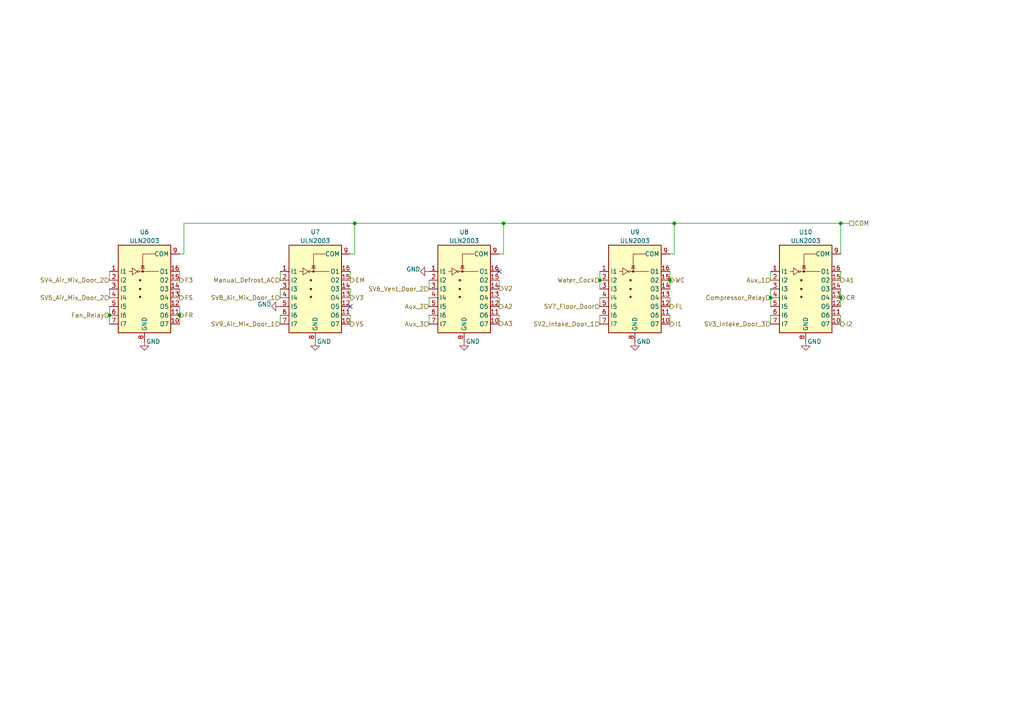
<source format=kicad_sch>
(kicad_sch (version 20211123) (generator eeschema)
  (paper "A4")
  (lib_symbols
    (symbol "Transistor_Array:ULN2003"
      (property "Reference" "U" (at 0 15.875 0))
      (property "Value" "ULN2003" (at 0 13.97 0))
      (symbol "ULN2003_0_1"
        (rectangle (start -7.62 -12.7) (end 7.62 12.7) (stroke (width 0.254)) (fill (type background)))
        (circle (center -1.778 5.08) (radius 0.254))
        (circle (center -1.27 -2.286) (radius 0.254) (fill (type outline)))
        (circle (center -1.27 0) (radius 0.254) (fill (type outline)))
        (circle (center -1.27 2.54) (radius 0.254) (fill (type outline)))
        (circle (center -0.508 5.08) (radius 0.254) (fill (type outline)))
        (polyline (pts (xy -4.572 5.08) (xy -3.556 5.08)))
        (polyline (pts (xy -1.524 5.08) (xy 4.064 5.08)))
        (polyline (pts (xy 0 6.731) (xy -1.016 6.731)))
        (polyline (pts (xy -0.508 5.08) (xy -0.508 10.16) (xy 2.921 10.16)))
        (polyline (pts (xy -3.556 6.096) (xy -3.556 4.064) (xy -2.032 5.08) (xy -3.556 6.096)))
        (polyline (pts (xy 0 5.969) (xy -1.016 5.969) (xy -0.508 6.731) (xy 0 5.969)))
      )
      (symbol "ULN2003_1_1"
        (pin input line (at -10.16 5.08 0) (length 2.54) (name "I1") (number "1"))
        (pin open_collector line (at 10.16 -10.16 180) (length 2.54) (name "O7") (number "10"))
        (pin open_collector line (at 10.16 -7.62 180) (length 2.54) (name "O6") (number "11"))
        (pin open_collector line (at 10.16 -5.08 180) (length 2.54) (name "O5") (number "12"))
        (pin open_collector line (at 10.16 -2.54 180) (length 2.54) (name "O4") (number "13"))
        (pin open_collector line (at 10.16 0 180) (length 2.54) (name "O3") (number "14"))
        (pin open_collector line (at 10.16 2.54 180) (length 2.54) (name "O2") (number "15"))
        (pin open_collector line (at 10.16 5.08 180) (length 2.54) (name "O1") (number "16"))
        (pin input line (at -10.16 2.54 0) (length 2.54) (name "I2") (number "2"))
        (pin input line (at -10.16 0 0) (length 2.54) (name "I3") (number "3"))
        (pin input line (at -10.16 -2.54 0) (length 2.54) (name "I4") (number "4"))
        (pin input line (at -10.16 -5.08 0) (length 2.54) (name "I5") (number "5"))
        (pin input line (at -10.16 -7.62 0) (length 2.54) (name "I6") (number "6"))
        (pin input line (at -10.16 -10.16 0) (length 2.54) (name "I7") (number "7"))
        (pin power_in line (at 0 -15.24 90) (length 2.54) (name "GND") (number "8"))
        (pin passive line (at 10.16 10.16 180) (length 2.54) (name "COM") (number "9"))
      )
    )
    (symbol "power:GND" (power) (pin_names (offset 0))
      (property "Value" "GND" (at 0 -3.81 0))
      (symbol "GND_0_1"
        (polyline (pts (xy 0 0) (xy 0 -1.27) (xy 1.27 -1.27) (xy 0 -2.54) (xy -1.27 -1.27) (xy 0 -1.27)))
      )
      (symbol "GND_1_1"
        (pin power_in line (at 0 0 270) (length 0) hide (name "GND") (number "1"))
      )
    )
  )
  (junction (at 243.84 86.36))
  (junction (at 195.58 64.77))
  (junction (at 102.87 64.77))
  (junction (at 194.31 81.28))
  (junction (at 173.99 81.28))
  (junction (at 31.75 91.44) (diameter 0.9144))
  (junction (at 146.05 64.77))
  (junction (at 223.52 86.36))
  (junction (at 52.07 91.44) (diameter 0.9144))
  (junction (at 243.84 64.77))
  (no_connect (at 101.6 88.9))
  (no_connect (at 144.78 78.74))
  (wire (pts (xy 195.58 64.77) (xy 243.84 64.77)))
  (wire (pts (xy 223.52 78.74) (xy 223.52 81.28)))
  (wire (pts (xy 146.05 73.66) (xy 146.05 64.77)))
  (wire (pts (xy 146.05 64.77) (xy 195.58 64.77)))
  (wire (pts (xy 101.6 78.74) (xy 101.6 81.28)))
  (wire (pts (xy 124.46 81.28) (xy 124.46 83.82)))
  (wire (pts (xy 144.78 81.28) (xy 144.78 83.82)))
  (wire (pts (xy 81.28 78.74) (xy 81.28 81.28)))
  (wire (pts (xy 173.99 81.28) (xy 173.99 83.82)))
  (wire (pts (xy 52.07 91.44) (xy 52.07 93.98)))
  (wire (pts (xy 194.31 86.36) (xy 194.31 88.9)))
  (wire (pts (xy 144.78 73.66) (xy 146.05 73.66)))
  (wire (pts (xy 194.31 91.44) (xy 194.31 93.98)))
  (wire (pts (xy 243.84 83.82) (xy 243.84 86.36)))
  (wire (pts (xy 223.52 83.82) (xy 223.52 86.36)))
  (wire (pts (xy 53.34 64.77) (xy 102.87 64.77)))
  (wire (pts (xy 52.07 83.82) (xy 52.07 86.36)))
  (wire (pts (xy 101.6 91.44) (xy 101.6 93.98)))
  (wire (pts (xy 102.87 64.77) (xy 146.05 64.77)))
  (wire (pts (xy 173.99 78.74) (xy 173.99 81.28)))
  (wire (pts (xy 243.84 64.77) (xy 246.38 64.77)))
  (wire (pts (xy 81.28 91.44) (xy 81.28 93.98)))
  (wire (pts (xy 81.28 83.82) (xy 81.28 86.36)))
  (wire (pts (xy 223.52 86.36) (xy 223.52 88.9)))
  (wire (pts (xy 195.58 73.66) (xy 195.58 64.77)))
  (wire (pts (xy 31.75 88.9) (xy 31.75 91.44)))
  (wire (pts (xy 243.84 91.44) (xy 243.84 93.98)))
  (wire (pts (xy 243.84 73.66) (xy 243.84 64.77)))
  (wire (pts (xy 102.87 73.66) (xy 102.87 64.77)))
  (wire (pts (xy 173.99 86.36) (xy 173.99 88.9)))
  (wire (pts (xy 52.07 88.9) (xy 52.07 91.44)))
  (wire (pts (xy 194.31 81.28) (xy 194.31 83.82)))
  (wire (pts (xy 31.75 91.44) (xy 31.75 93.98)))
  (wire (pts (xy 194.31 73.66) (xy 195.58 73.66)))
  (wire (pts (xy 31.75 83.82) (xy 31.75 86.36)))
  (wire (pts (xy 243.84 86.36) (xy 243.84 88.9)))
  (wire (pts (xy 31.75 78.74) (xy 31.75 81.28)))
  (wire (pts (xy 124.46 86.36) (xy 124.46 88.9)))
  (wire (pts (xy 144.78 86.36) (xy 144.78 88.9)))
  (wire (pts (xy 144.78 91.44) (xy 144.78 93.98)))
  (wire (pts (xy 52.07 78.74) (xy 52.07 81.28)))
  (wire (pts (xy 101.6 73.66) (xy 102.87 73.66)))
  (wire (pts (xy 194.31 78.74) (xy 194.31 81.28)))
  (wire (pts (xy 223.52 91.44) (xy 223.52 93.98)))
  (wire (pts (xy 53.34 73.66) (xy 53.34 64.77)))
  (wire (pts (xy 173.99 91.44) (xy 173.99 93.98)))
  (wire (pts (xy 52.07 73.66) (xy 53.34 73.66)))
  (wire (pts (xy 101.6 83.82) (xy 101.6 86.36)))
  (wire (pts (xy 243.84 78.74) (xy 243.84 81.28)))
  (wire (pts (xy 124.46 91.44) (xy 124.46 93.98)))
  (hierarchical_label "V2" (shape output) (at 144.78 83.693 0))
  (hierarchical_label "V3" (shape output) (at 101.6 86.36 0))
  (hierarchical_label "I1" (shape output) (at 194.31 93.98 0))
  (hierarchical_label "SV5_Air_Mix_Door_2" (shape input) (at 31.75 86.36 180))
  (hierarchical_label "FL" (shape output) (at 194.31 88.9 0))
  (hierarchical_label "VS" (shape output) (at 101.6 93.98 0))
  (hierarchical_label "SV7_Floor_Door" (shape input) (at 173.99 88.9 180))
  (hierarchical_label "Water_Cock" (shape input) (at 173.99 81.28 180))
  (hierarchical_label "SV4_Air_Mix_Door_2" (shape input) (at 31.75 81.28 180))
  (hierarchical_label "A1" (shape output) (at 243.84 81.28 0))
  (hierarchical_label "A2" (shape output) (at 144.78 88.9 0))
  (hierarchical_label "CR" (shape output) (at 243.84 86.36 0))
  (hierarchical_label "Aux_2" (shape input) (at 124.46 88.9 180))
  (hierarchical_label "Fan_Relay" (shape input) (at 31.75 91.44 180))
  (hierarchical_label "I2" (shape output) (at 243.84 93.98 0))
  (hierarchical_label "A3" (shape output) (at 144.78 93.853 0))
  (hierarchical_label "SV9_Air_Mix_Door_1" (shape input) (at 81.28 93.98 180))
  (hierarchical_label "SV2_Intake_Door_1" (shape input) (at 173.99 93.98 180))
  (hierarchical_label "WC" (shape output) (at 194.31 81.28 0))
  (hierarchical_label "Compressor_Relay" (shape input) (at 223.52 86.36 180))
  (hierarchical_label "SV3_Intake_Door_3" (shape input) (at 223.52 93.98 180))
  (hierarchical_label "EM" (shape output) (at 101.6 81.28 0))
  (hierarchical_label "FR" (shape output) (at 52.07 91.44 0))
  (hierarchical_label "FS" (shape output) (at 52.07 86.36 0))
  (hierarchical_label "F3" (shape output) (at 52.07 81.28 0))
  (hierarchical_label "SV6_Vent_Door_2" (shape input) (at 124.46 83.82 180))
  (hierarchical_label "Aux_3" (shape input) (at 124.46 93.98 180))
  (hierarchical_label "Aux_1" (shape input) (at 223.52 81.28 180))
  (hierarchical_label "SV8_Air_Mix_Door_1" (shape input) (at 81.28 86.36 180))
  (hierarchical_label "COM" (shape passive) (at 246.38 64.77 0))
  (hierarchical_label "Manual_Defrost_AC" (shape input) (at 81.28 81.28 180))
  (symbol (lib_id "power:GND") (at 81.28 88.9 270) (unit 1)
    (property "Reference" "#PWR068" (effects hide))
    (property "Value" "GND" (at 78.74 88.2649 90) (effects (justify right)))
  )
  (symbol (lib_id "power:GND") (at 124.46 78.74 270) (unit 1)
    (property "Reference" "#PWR070" (effects hide))
    (property "Value" "GND" (at 121.92 78.1049 90) (effects (justify right)))
  )
  (symbol (lib_id "Transistor_Array:ULN2003") (at 184.15 83.82 0) (unit 1)
    (property "Reference" "U9" (at 184.15 67.31 0))
    (property "Value" "ULN2003" (at 184.15 69.85 0))
    (property "Footprint" "Package_SO:SO-16_3.9x9.9mm_P1.27mm" (effects hide))
    (property "Datasheet" "http://www.ti.com/lit/ds/symlink/uln2003a.pdf" (effects hide))
  )
  (symbol (lib_id "power:GND") (at 134.62 99.06 0) (unit 1)
    (property "Reference" "#PWR071" (effects hide))
    (property "Value" "GND" (at 137.16 99.06 0))
  )
  (symbol (lib_id "power:GND") (at 233.68 99.06 0) (unit 1)
    (property "Reference" "#PWR073" (effects hide))
    (property "Value" "GND" (at 236.22 99.06 0))
  )
  (symbol (lib_id "Transistor_Array:ULN2003") (at 233.68 83.82 0) (unit 1)
    (property "Reference" "U10" (at 233.68 67.31 0))
    (property "Value" "ULN2003" (at 233.68 69.85 0))
    (property "Footprint" "Package_SO:SO-16_3.9x9.9mm_P1.27mm" (effects hide))
    (property "Datasheet" "http://www.ti.com/lit/ds/symlink/uln2003a.pdf" (effects hide))
  )
  (symbol (lib_id "Transistor_Array:ULN2003") (at 41.91 83.82 0) (unit 1)
    (property "Reference" "U6" (at 41.91 67.31 0))
    (property "Value" "ULN2003" (at 41.91 69.85 0))
    (property "Footprint" "Package_SO:SO-16_3.9x9.9mm_P1.27mm" (effects hide))
    (property "Datasheet" "http://www.ti.com/lit/ds/symlink/uln2003a.pdf" (effects hide))
  )
  (symbol (lib_id "power:GND") (at 41.91 99.06 0) (unit 1)
    (property "Reference" "#PWR067" (effects hide))
    (property "Value" "GND" (at 44.45 99.06 0))
  )
  (symbol (lib_id "power:GND") (at 184.15 99.06 0) (unit 1)
    (property "Reference" "#PWR072" (effects hide))
    (property "Value" "GND" (at 186.69 99.06 0))
  )
  (symbol (lib_id "Transistor_Array:ULN2003") (at 134.62 83.82 0) (unit 1)
    (property "Reference" "U8" (at 134.62 67.31 0))
    (property "Value" "ULN2003" (at 134.62 69.85 0))
    (property "Footprint" "Package_SO:SO-16_3.9x9.9mm_P1.27mm" (effects hide))
    (property "Datasheet" "http://www.ti.com/lit/ds/symlink/uln2003a.pdf" (effects hide))
  )
  (symbol (lib_id "Transistor_Array:ULN2003") (at 91.44 83.82 0) (unit 1)
    (property "Reference" "U7" (at 91.44 67.31 0))
    (property "Value" "ULN2003" (at 91.44 69.85 0))
    (property "Footprint" "Package_SO:SO-16_3.9x9.9mm_P1.27mm" (effects hide))
    (property "Datasheet" "http://www.ti.com/lit/ds/symlink/uln2003a.pdf" (effects hide))
  )
  (symbol (lib_id "power:GND") (at 91.44 99.06 0) (unit 1)
    (property "Reference" "#PWR069" (effects hide))
    (property "Value" "GND" (at 93.98 99.06 0))
  )
)
</source>
